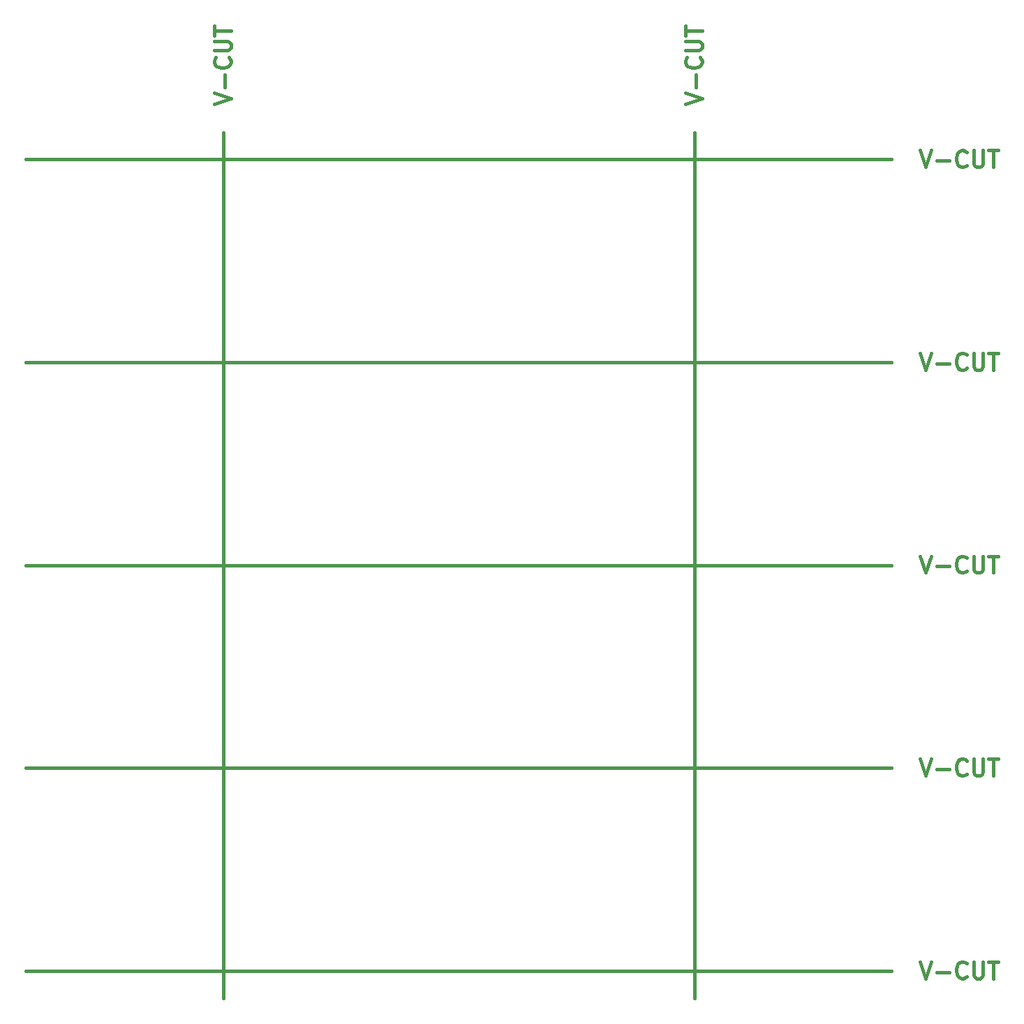
<source format=gbr>
%TF.GenerationSoftware,KiCad,Pcbnew,5.1.6-c6e7f7d~87~ubuntu20.04.1*%
%TF.CreationDate,2020-08-08T19:49:55+10:00*%
%TF.ProjectId,borscht-esp-pico-panel,626f7273-6368-4742-9d65-73702d706963,rev?*%
%TF.SameCoordinates,Original*%
%TF.FileFunction,Other,Comment*%
%FSLAX46Y46*%
G04 Gerber Fmt 4.6, Leading zero omitted, Abs format (unit mm)*
G04 Created by KiCad (PCBNEW 5.1.6-c6e7f7d~87~ubuntu20.04.1) date 2020-08-08 19:49:55*
%MOMM*%
%LPD*%
G01*
G04 APERTURE LIST*
%ADD10C,0.400000*%
G04 APERTURE END LIST*
D10*
X106054761Y-43261533D02*
X108054761Y-42594867D01*
X106054761Y-41928200D01*
X107292857Y-41261533D02*
X107292857Y-39737724D01*
X107864285Y-37642486D02*
X107959523Y-37737724D01*
X108054761Y-38023438D01*
X108054761Y-38213914D01*
X107959523Y-38499629D01*
X107769047Y-38690105D01*
X107578571Y-38785343D01*
X107197619Y-38880581D01*
X106911904Y-38880581D01*
X106530952Y-38785343D01*
X106340476Y-38690105D01*
X106150000Y-38499629D01*
X106054761Y-38213914D01*
X106054761Y-38023438D01*
X106150000Y-37737724D01*
X106245238Y-37642486D01*
X106054761Y-36785343D02*
X107673809Y-36785343D01*
X107864285Y-36690105D01*
X107959523Y-36594867D01*
X108054761Y-36404390D01*
X108054761Y-36023438D01*
X107959523Y-35832962D01*
X107864285Y-35737724D01*
X107673809Y-35642486D01*
X106054761Y-35642486D01*
X106054761Y-34975819D02*
X106054761Y-33832962D01*
X108054761Y-34404390D02*
X106054761Y-34404390D01*
X107150000Y-46712010D02*
X107150000Y-151712010D01*
X48904761Y-43261533D02*
X50904761Y-42594867D01*
X48904761Y-41928200D01*
X50142857Y-41261533D02*
X50142857Y-39737724D01*
X50714285Y-37642486D02*
X50809523Y-37737724D01*
X50904761Y-38023438D01*
X50904761Y-38213914D01*
X50809523Y-38499629D01*
X50619047Y-38690105D01*
X50428571Y-38785343D01*
X50047619Y-38880581D01*
X49761904Y-38880581D01*
X49380952Y-38785343D01*
X49190476Y-38690105D01*
X49000000Y-38499629D01*
X48904761Y-38213914D01*
X48904761Y-38023438D01*
X49000000Y-37737724D01*
X49095238Y-37642486D01*
X48904761Y-36785343D02*
X50523809Y-36785343D01*
X50714285Y-36690105D01*
X50809523Y-36594867D01*
X50904761Y-36404390D01*
X50904761Y-36023438D01*
X50809523Y-35832962D01*
X50714285Y-35737724D01*
X50523809Y-35642486D01*
X48904761Y-35642486D01*
X48904761Y-34975819D02*
X48904761Y-33832962D01*
X50904761Y-34404390D02*
X48904761Y-34404390D01*
X50000000Y-46712010D02*
X50000000Y-151712010D01*
X134525478Y-98114761D02*
X135192144Y-100114761D01*
X135858811Y-98114761D01*
X136525478Y-99352857D02*
X138049287Y-99352857D01*
X140144525Y-99924285D02*
X140049287Y-100019523D01*
X139763573Y-100114761D01*
X139573097Y-100114761D01*
X139287382Y-100019523D01*
X139096906Y-99829047D01*
X139001668Y-99638571D01*
X138906430Y-99257619D01*
X138906430Y-98971904D01*
X139001668Y-98590952D01*
X139096906Y-98400476D01*
X139287382Y-98210000D01*
X139573097Y-98114761D01*
X139763573Y-98114761D01*
X140049287Y-98210000D01*
X140144525Y-98305238D01*
X141001668Y-98114761D02*
X141001668Y-99733809D01*
X141096906Y-99924285D01*
X141192144Y-100019523D01*
X141382621Y-100114761D01*
X141763573Y-100114761D01*
X141954049Y-100019523D01*
X142049287Y-99924285D01*
X142144525Y-99733809D01*
X142144525Y-98114761D01*
X142811192Y-98114761D02*
X143954049Y-98114761D01*
X143382621Y-100114761D02*
X143382621Y-98114761D01*
X26075003Y-99210000D02*
X131075002Y-99210000D01*
X134525478Y-73514761D02*
X135192144Y-75514761D01*
X135858811Y-73514761D01*
X136525478Y-74752857D02*
X138049287Y-74752857D01*
X140144525Y-75324285D02*
X140049287Y-75419523D01*
X139763573Y-75514761D01*
X139573097Y-75514761D01*
X139287382Y-75419523D01*
X139096906Y-75229047D01*
X139001668Y-75038571D01*
X138906430Y-74657619D01*
X138906430Y-74371904D01*
X139001668Y-73990952D01*
X139096906Y-73800476D01*
X139287382Y-73610000D01*
X139573097Y-73514761D01*
X139763573Y-73514761D01*
X140049287Y-73610000D01*
X140144525Y-73705238D01*
X141001668Y-73514761D02*
X141001668Y-75133809D01*
X141096906Y-75324285D01*
X141192144Y-75419523D01*
X141382621Y-75514761D01*
X141763573Y-75514761D01*
X141954049Y-75419523D01*
X142049287Y-75324285D01*
X142144525Y-75133809D01*
X142144525Y-73514761D01*
X142811192Y-73514761D02*
X143954049Y-73514761D01*
X143382621Y-75514761D02*
X143382621Y-73514761D01*
X26075003Y-74610000D02*
X131075002Y-74610000D01*
X134525478Y-122724761D02*
X135192144Y-124724761D01*
X135858811Y-122724761D01*
X136525478Y-123962857D02*
X138049287Y-123962857D01*
X140144525Y-124534285D02*
X140049287Y-124629523D01*
X139763573Y-124724761D01*
X139573097Y-124724761D01*
X139287382Y-124629523D01*
X139096906Y-124439047D01*
X139001668Y-124248571D01*
X138906430Y-123867619D01*
X138906430Y-123581904D01*
X139001668Y-123200952D01*
X139096906Y-123010476D01*
X139287382Y-122820000D01*
X139573097Y-122724761D01*
X139763573Y-122724761D01*
X140049287Y-122820000D01*
X140144525Y-122915238D01*
X141001668Y-122724761D02*
X141001668Y-124343809D01*
X141096906Y-124534285D01*
X141192144Y-124629523D01*
X141382621Y-124724761D01*
X141763573Y-124724761D01*
X141954049Y-124629523D01*
X142049287Y-124534285D01*
X142144525Y-124343809D01*
X142144525Y-122724761D01*
X142811192Y-122724761D02*
X143954049Y-122724761D01*
X143382621Y-124724761D02*
X143382621Y-122724761D01*
X26075003Y-123820000D02*
X131075002Y-123820000D01*
X134525478Y-48904761D02*
X135192144Y-50904761D01*
X135858811Y-48904761D01*
X136525478Y-50142857D02*
X138049287Y-50142857D01*
X140144525Y-50714285D02*
X140049287Y-50809523D01*
X139763573Y-50904761D01*
X139573097Y-50904761D01*
X139287382Y-50809523D01*
X139096906Y-50619047D01*
X139001668Y-50428571D01*
X138906430Y-50047619D01*
X138906430Y-49761904D01*
X139001668Y-49380952D01*
X139096906Y-49190476D01*
X139287382Y-49000000D01*
X139573097Y-48904761D01*
X139763573Y-48904761D01*
X140049287Y-49000000D01*
X140144525Y-49095238D01*
X141001668Y-48904761D02*
X141001668Y-50523809D01*
X141096906Y-50714285D01*
X141192144Y-50809523D01*
X141382621Y-50904761D01*
X141763573Y-50904761D01*
X141954049Y-50809523D01*
X142049287Y-50714285D01*
X142144525Y-50523809D01*
X142144525Y-48904761D01*
X142811192Y-48904761D02*
X143954049Y-48904761D01*
X143382621Y-50904761D02*
X143382621Y-48904761D01*
X26075003Y-50000000D02*
X131075002Y-50000000D01*
X134525478Y-147324761D02*
X135192144Y-149324761D01*
X135858811Y-147324761D01*
X136525478Y-148562857D02*
X138049287Y-148562857D01*
X140144525Y-149134285D02*
X140049287Y-149229523D01*
X139763573Y-149324761D01*
X139573097Y-149324761D01*
X139287382Y-149229523D01*
X139096906Y-149039047D01*
X139001668Y-148848571D01*
X138906430Y-148467619D01*
X138906430Y-148181904D01*
X139001668Y-147800952D01*
X139096906Y-147610476D01*
X139287382Y-147420000D01*
X139573097Y-147324761D01*
X139763573Y-147324761D01*
X140049287Y-147420000D01*
X140144525Y-147515238D01*
X141001668Y-147324761D02*
X141001668Y-148943809D01*
X141096906Y-149134285D01*
X141192144Y-149229523D01*
X141382621Y-149324761D01*
X141763573Y-149324761D01*
X141954049Y-149229523D01*
X142049287Y-149134285D01*
X142144525Y-148943809D01*
X142144525Y-147324761D01*
X142811192Y-147324761D02*
X143954049Y-147324761D01*
X143382621Y-149324761D02*
X143382621Y-147324761D01*
X26075003Y-148420000D02*
X131075002Y-148420000D01*
M02*

</source>
